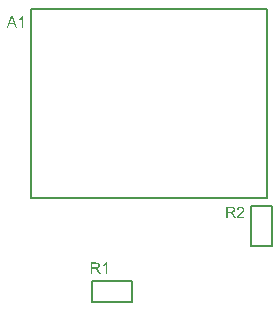
<source format=gto>
G04*
G04 #@! TF.GenerationSoftware,Altium Limited,Altium Designer,19.1.9 (167)*
G04*
G04 Layer_Color=65535*
%FSLAX44Y44*%
%MOMM*%
G71*
G01*
G75*
%ADD10C,0.2000*%
G36*
X162715Y510750D02*
X161538D01*
Y518259D01*
X161518Y518238D01*
X161465Y518186D01*
X161372Y518113D01*
X161236Y518009D01*
X161080Y517884D01*
X160882Y517748D01*
X160664Y517602D01*
X160414Y517446D01*
X160403D01*
X160382Y517425D01*
X160351Y517405D01*
X160299Y517384D01*
X160237Y517342D01*
X160164Y517311D01*
X159997Y517217D01*
X159810Y517123D01*
X159601Y517019D01*
X159383Y516926D01*
X159174Y516842D01*
Y517977D01*
X159185Y517988D01*
X159216Y517998D01*
X159268Y518029D01*
X159341Y518061D01*
X159424Y518102D01*
X159529Y518165D01*
X159643Y518227D01*
X159758Y518290D01*
X160028Y518456D01*
X160320Y518654D01*
X160622Y518862D01*
X160903Y519102D01*
X160914Y519112D01*
X160934Y519133D01*
X160976Y519165D01*
X161028Y519217D01*
X161080Y519279D01*
X161153Y519342D01*
X161309Y519519D01*
X161486Y519706D01*
X161663Y519925D01*
X161820Y520154D01*
X161955Y520393D01*
X162715D01*
Y510750D01*
D02*
G37*
G36*
X157737D02*
X156290D01*
X155175Y513656D01*
X151135D01*
X150093Y510750D01*
X148750D01*
X152426Y520362D01*
X153801D01*
X157737Y510750D01*
D02*
G37*
G36*
X347111Y359133D02*
X347226Y359123D01*
X347361Y359102D01*
X347518Y359081D01*
X347674Y359050D01*
X347851Y359008D01*
X348028Y358956D01*
X348215Y358893D01*
X348392Y358820D01*
X348580Y358727D01*
X348757Y358623D01*
X348923Y358508D01*
X349080Y358373D01*
X349090Y358362D01*
X349111Y358341D01*
X349152Y358289D01*
X349205Y358237D01*
X349267Y358164D01*
X349340Y358071D01*
X349413Y357967D01*
X349486Y357842D01*
X349559Y357717D01*
X349632Y357571D01*
X349705Y357415D01*
X349767Y357248D01*
X349819Y357061D01*
X349861Y356873D01*
X349882Y356675D01*
X349892Y356467D01*
Y356456D01*
Y356446D01*
Y356415D01*
Y356373D01*
X349882Y356259D01*
X349861Y356113D01*
X349829Y355936D01*
X349788Y355748D01*
X349736Y355540D01*
X349652Y355332D01*
Y355321D01*
X349642Y355311D01*
X349632Y355280D01*
X349611Y355238D01*
X349548Y355123D01*
X349465Y354978D01*
X349350Y354801D01*
X349215Y354603D01*
X349059Y354395D01*
X348861Y354165D01*
X348851Y354155D01*
X348840Y354134D01*
X348798Y354103D01*
X348757Y354051D01*
X348694Y353988D01*
X348621Y353915D01*
X348538Y353822D01*
X348434Y353728D01*
X348309Y353614D01*
X348174Y353489D01*
X348028Y353343D01*
X347861Y353197D01*
X347684Y353030D01*
X347486Y352864D01*
X347268Y352676D01*
X347038Y352478D01*
X347028Y352468D01*
X346997Y352437D01*
X346934Y352395D01*
X346872Y352333D01*
X346778Y352260D01*
X346684Y352176D01*
X346466Y351989D01*
X346237Y351791D01*
X346018Y351583D01*
X345914Y351489D01*
X345820Y351406D01*
X345737Y351322D01*
X345674Y351260D01*
X345664Y351250D01*
X345622Y351208D01*
X345570Y351145D01*
X345497Y351062D01*
X345414Y350968D01*
X345331Y350864D01*
X345164Y350635D01*
X349902D01*
Y349500D01*
X343539D01*
Y349521D01*
Y349573D01*
Y349656D01*
X343550Y349760D01*
X343560Y349885D01*
X343591Y350021D01*
X343623Y350167D01*
X343675Y350312D01*
Y350323D01*
X343685Y350344D01*
X343696Y350375D01*
X343716Y350427D01*
X343748Y350479D01*
X343779Y350552D01*
X343862Y350718D01*
X343966Y350916D01*
X344102Y351135D01*
X344258Y351364D01*
X344445Y351593D01*
X344456Y351604D01*
X344466Y351624D01*
X344497Y351656D01*
X344549Y351708D01*
X344602Y351760D01*
X344674Y351833D01*
X344747Y351916D01*
X344841Y352010D01*
X344945Y352114D01*
X345060Y352218D01*
X345185Y352343D01*
X345331Y352468D01*
X345476Y352603D01*
X345643Y352739D01*
X345810Y352884D01*
X345997Y353041D01*
X346018Y353051D01*
X346070Y353103D01*
X346143Y353166D01*
X346247Y353259D01*
X346372Y353364D01*
X346518Y353489D01*
X346684Y353624D01*
X346851Y353780D01*
X347205Y354103D01*
X347549Y354447D01*
X347715Y354613D01*
X347872Y354780D01*
X348007Y354936D01*
X348121Y355082D01*
X348132Y355092D01*
X348142Y355113D01*
X348174Y355155D01*
X348205Y355207D01*
X348257Y355280D01*
X348299Y355353D01*
X348403Y355540D01*
X348507Y355759D01*
X348601Y355998D01*
X348663Y356248D01*
X348674Y356373D01*
X348684Y356498D01*
Y356509D01*
Y356529D01*
Y356571D01*
X348674Y356613D01*
Y356675D01*
X348653Y356748D01*
X348621Y356904D01*
X348559Y357092D01*
X348465Y357290D01*
X348413Y357394D01*
X348340Y357487D01*
X348267Y357581D01*
X348174Y357675D01*
X348163Y357685D01*
X348153Y357696D01*
X348121Y357717D01*
X348080Y357748D01*
X348028Y357789D01*
X347965Y357831D01*
X347820Y357925D01*
X347622Y358008D01*
X347403Y358092D01*
X347143Y358144D01*
X346997Y358164D01*
X346768D01*
X346705Y358154D01*
X346632D01*
X346549Y358133D01*
X346362Y358102D01*
X346143Y358040D01*
X345914Y357946D01*
X345799Y357883D01*
X345685Y357821D01*
X345580Y357738D01*
X345476Y357644D01*
X345466Y357633D01*
X345456Y357623D01*
X345435Y357592D01*
X345393Y357550D01*
X345362Y357498D01*
X345320Y357435D01*
X345268Y357363D01*
X345226Y357279D01*
X345174Y357186D01*
X345133Y357081D01*
X345049Y356831D01*
X344987Y356561D01*
X344977Y356404D01*
X344966Y356238D01*
X343758Y356363D01*
Y356384D01*
X343769Y356425D01*
X343779Y356488D01*
X343789Y356581D01*
X343810Y356696D01*
X343841Y356831D01*
X343873Y356977D01*
X343925Y357133D01*
X343977Y357290D01*
X344039Y357467D01*
X344123Y357633D01*
X344206Y357800D01*
X344310Y357977D01*
X344425Y358133D01*
X344549Y358289D01*
X344695Y358425D01*
X344706Y358435D01*
X344737Y358456D01*
X344779Y358487D01*
X344841Y358539D01*
X344924Y358591D01*
X345029Y358654D01*
X345143Y358716D01*
X345279Y358789D01*
X345424Y358852D01*
X345591Y358914D01*
X345768Y358977D01*
X345966Y359029D01*
X346174Y359081D01*
X346393Y359112D01*
X346632Y359133D01*
X346882Y359143D01*
X347018D01*
X347111Y359133D01*
D02*
G37*
G36*
X339082Y359102D02*
X339197D01*
X339332Y359091D01*
X339488Y359081D01*
X339801Y359050D01*
X340124Y358998D01*
X340436Y358935D01*
X340571Y358893D01*
X340707Y358852D01*
X340717D01*
X340738Y358841D01*
X340769Y358820D01*
X340821Y358800D01*
X340946Y358737D01*
X341092Y358643D01*
X341269Y358518D01*
X341446Y358352D01*
X341623Y358164D01*
X341779Y357935D01*
Y357925D01*
X341800Y357904D01*
X341821Y357873D01*
X341842Y357821D01*
X341873Y357758D01*
X341904Y357685D01*
X341946Y357602D01*
X341988Y357508D01*
X342061Y357290D01*
X342123Y357050D01*
X342165Y356779D01*
X342186Y356488D01*
Y356477D01*
Y356446D01*
Y356384D01*
X342175Y356321D01*
X342165Y356227D01*
X342154Y356123D01*
X342133Y356009D01*
X342102Y355884D01*
X342019Y355613D01*
X341967Y355467D01*
X341904Y355321D01*
X341832Y355176D01*
X341738Y355030D01*
X341634Y354894D01*
X341519Y354759D01*
X341509Y354749D01*
X341488Y354728D01*
X341446Y354697D01*
X341394Y354645D01*
X341321Y354592D01*
X341238Y354530D01*
X341134Y354457D01*
X341009Y354384D01*
X340873Y354311D01*
X340728Y354238D01*
X340561Y354165D01*
X340373Y354093D01*
X340176Y354030D01*
X339957Y353968D01*
X339717Y353915D01*
X339468Y353874D01*
X339478D01*
X339488Y353863D01*
X339551Y353832D01*
X339645Y353780D01*
X339759Y353718D01*
X339884Y353645D01*
X340009Y353572D01*
X340134Y353478D01*
X340238Y353395D01*
X340248Y353384D01*
X340259Y353374D01*
X340290Y353343D01*
X340332Y353301D01*
X340384Y353249D01*
X340446Y353186D01*
X340582Y353041D01*
X340738Y352853D01*
X340915Y352635D01*
X341102Y352385D01*
X341290Y352114D01*
X342956Y349500D01*
X341363D01*
X340092Y351499D01*
X340082Y351510D01*
X340071Y351541D01*
X340040Y351583D01*
X339999Y351645D01*
X339957Y351718D01*
X339894Y351801D01*
X339770Y351989D01*
X339624Y352208D01*
X339478Y352426D01*
X339322Y352635D01*
X339176Y352822D01*
Y352832D01*
X339155Y352843D01*
X339113Y352895D01*
X339051Y352978D01*
X338957Y353072D01*
X338863Y353176D01*
X338749Y353280D01*
X338634Y353384D01*
X338530Y353457D01*
X338520Y353468D01*
X338478Y353489D01*
X338426Y353520D01*
X338353Y353561D01*
X338260Y353603D01*
X338166Y353645D01*
X338062Y353686D01*
X337947Y353718D01*
X337937D01*
X337905Y353728D01*
X337853Y353739D01*
X337780Y353749D01*
X337676D01*
X337551Y353759D01*
X337406Y353770D01*
X335770D01*
Y349500D01*
X334500D01*
Y359112D01*
X338968D01*
X339082Y359102D01*
D02*
G37*
G36*
X233632Y302182D02*
X232456D01*
Y309690D01*
X232435Y309670D01*
X232383Y309618D01*
X232289Y309545D01*
X232154Y309441D01*
X231997Y309316D01*
X231800Y309180D01*
X231581Y309034D01*
X231331Y308878D01*
X231320D01*
X231300Y308857D01*
X231268Y308837D01*
X231216Y308816D01*
X231154Y308774D01*
X231081Y308743D01*
X230914Y308649D01*
X230727Y308555D01*
X230519Y308451D01*
X230300Y308358D01*
X230092Y308274D01*
Y309409D01*
X230102Y309420D01*
X230133Y309430D01*
X230185Y309461D01*
X230258Y309493D01*
X230341Y309534D01*
X230446Y309597D01*
X230560Y309659D01*
X230675Y309722D01*
X230945Y309888D01*
X231237Y310086D01*
X231539Y310294D01*
X231820Y310534D01*
X231831Y310544D01*
X231852Y310565D01*
X231893Y310597D01*
X231945Y310649D01*
X231997Y310711D01*
X232070Y310774D01*
X232227Y310951D01*
X232404Y311138D01*
X232581Y311357D01*
X232737Y311586D01*
X232872Y311825D01*
X233632D01*
Y302182D01*
D02*
G37*
G36*
X224572Y311784D02*
X224687D01*
X224822Y311773D01*
X224978Y311763D01*
X225291Y311732D01*
X225614Y311680D01*
X225926Y311617D01*
X226061Y311576D01*
X226197Y311534D01*
X226207D01*
X226228Y311523D01*
X226259Y311503D01*
X226311Y311482D01*
X226436Y311419D01*
X226582Y311325D01*
X226759Y311201D01*
X226936Y311034D01*
X227113Y310847D01*
X227269Y310617D01*
Y310607D01*
X227290Y310586D01*
X227311Y310555D01*
X227332Y310503D01*
X227363Y310440D01*
X227394Y310367D01*
X227436Y310284D01*
X227478Y310190D01*
X227551Y309972D01*
X227613Y309732D01*
X227655Y309461D01*
X227675Y309170D01*
Y309159D01*
Y309128D01*
Y309066D01*
X227665Y309003D01*
X227655Y308909D01*
X227644Y308805D01*
X227624Y308691D01*
X227592Y308566D01*
X227509Y308295D01*
X227457Y308149D01*
X227394Y308003D01*
X227321Y307858D01*
X227228Y307712D01*
X227124Y307577D01*
X227009Y307441D01*
X226999Y307431D01*
X226978Y307410D01*
X226936Y307379D01*
X226884Y307327D01*
X226811Y307274D01*
X226728Y307212D01*
X226624Y307139D01*
X226499Y307066D01*
X226363Y306993D01*
X226218Y306920D01*
X226051Y306847D01*
X225863Y306775D01*
X225666Y306712D01*
X225447Y306650D01*
X225207Y306598D01*
X224958Y306556D01*
X224968D01*
X224978Y306546D01*
X225041Y306514D01*
X225135Y306462D01*
X225249Y306400D01*
X225374Y306327D01*
X225499Y306254D01*
X225624Y306160D01*
X225728Y306077D01*
X225739Y306066D01*
X225749Y306056D01*
X225780Y306025D01*
X225822Y305983D01*
X225874Y305931D01*
X225936Y305869D01*
X226072Y305723D01*
X226228Y305535D01*
X226405Y305317D01*
X226593Y305067D01*
X226780Y304796D01*
X228446Y302182D01*
X226853D01*
X225582Y304181D01*
X225572Y304192D01*
X225562Y304223D01*
X225530Y304265D01*
X225489Y304327D01*
X225447Y304400D01*
X225385Y304484D01*
X225259Y304671D01*
X225114Y304890D01*
X224968Y305108D01*
X224812Y305317D01*
X224666Y305504D01*
Y305515D01*
X224645Y305525D01*
X224603Y305577D01*
X224541Y305660D01*
X224447Y305754D01*
X224354Y305858D01*
X224239Y305962D01*
X224124Y306066D01*
X224020Y306139D01*
X224010Y306150D01*
X223968Y306171D01*
X223916Y306202D01*
X223843Y306243D01*
X223750Y306285D01*
X223656Y306327D01*
X223552Y306369D01*
X223437Y306400D01*
X223427D01*
X223395Y306410D01*
X223343Y306420D01*
X223270Y306431D01*
X223166D01*
X223041Y306441D01*
X222896Y306452D01*
X221261D01*
Y302182D01*
X219990D01*
Y311794D01*
X224458D01*
X224572Y311784D01*
D02*
G37*
%LPC*%
G36*
X153082Y519362D02*
Y519352D01*
X153072Y519321D01*
X153061Y519269D01*
X153051Y519206D01*
X153030Y519112D01*
X153009Y519019D01*
X152978Y518904D01*
X152947Y518779D01*
X152916Y518644D01*
X152874Y518498D01*
X152780Y518186D01*
X152676Y517852D01*
X152562Y517509D01*
X151499Y514687D01*
X154780D01*
X153770Y517352D01*
Y517363D01*
X153749Y517405D01*
X153728Y517467D01*
X153697Y517561D01*
X153655Y517654D01*
X153613Y517780D01*
X153561Y517915D01*
X153509Y518061D01*
X153405Y518383D01*
X153291Y518717D01*
X153176Y519050D01*
X153082Y519362D01*
D02*
G37*
G36*
X339009Y358050D02*
X335770D01*
Y354874D01*
X338645D01*
X338718Y354884D01*
X338801D01*
X338999Y354894D01*
X339218Y354915D01*
X339447Y354947D01*
X339665Y354988D01*
X339863Y355051D01*
X339874D01*
X339884Y355061D01*
X339947Y355082D01*
X340030Y355123D01*
X340144Y355186D01*
X340259Y355269D01*
X340384Y355363D01*
X340509Y355488D01*
X340613Y355623D01*
X340623Y355644D01*
X340655Y355696D01*
X340696Y355769D01*
X340748Y355884D01*
X340790Y356009D01*
X340832Y356155D01*
X340863Y356321D01*
X340873Y356488D01*
Y356498D01*
Y356519D01*
Y356550D01*
X340863Y356602D01*
Y356654D01*
X340853Y356727D01*
X340811Y356884D01*
X340748Y357061D01*
X340665Y357248D01*
X340540Y357425D01*
X340457Y357519D01*
X340373Y357602D01*
X340363Y357612D01*
X340353Y357623D01*
X340321Y357644D01*
X340280Y357675D01*
X340228Y357706D01*
X340155Y357748D01*
X340082Y357789D01*
X339988Y357831D01*
X339884Y357873D01*
X339770Y357904D01*
X339645Y357946D01*
X339509Y357977D01*
X339353Y358008D01*
X339186Y358029D01*
X339009Y358050D01*
D02*
G37*
G36*
X224499Y310732D02*
X221261D01*
Y307556D01*
X224135D01*
X224208Y307566D01*
X224291D01*
X224489Y307577D01*
X224708Y307597D01*
X224937Y307628D01*
X225155Y307670D01*
X225353Y307733D01*
X225364D01*
X225374Y307743D01*
X225436Y307764D01*
X225520Y307806D01*
X225634Y307868D01*
X225749Y307951D01*
X225874Y308045D01*
X225999Y308170D01*
X226103Y308305D01*
X226113Y308326D01*
X226145Y308378D01*
X226186Y308451D01*
X226238Y308566D01*
X226280Y308691D01*
X226322Y308837D01*
X226353Y309003D01*
X226363Y309170D01*
Y309180D01*
Y309201D01*
Y309232D01*
X226353Y309284D01*
Y309336D01*
X226343Y309409D01*
X226301Y309566D01*
X226238Y309743D01*
X226155Y309930D01*
X226030Y310107D01*
X225947Y310201D01*
X225863Y310284D01*
X225853Y310294D01*
X225843Y310305D01*
X225811Y310326D01*
X225770Y310357D01*
X225718Y310388D01*
X225645Y310430D01*
X225572Y310472D01*
X225478Y310513D01*
X225374Y310555D01*
X225259Y310586D01*
X225135Y310628D01*
X224999Y310659D01*
X224843Y310690D01*
X224676Y310711D01*
X224499Y310732D01*
D02*
G37*
%LPD*%
D10*
X355500Y326000D02*
Y360000D01*
Y326000D02*
X373500Y326000D01*
X373500Y360000D02*
X373500Y326000D01*
X355500Y360000D02*
X373500Y360000D01*
X168940Y526790D02*
X368940D01*
X368940Y366790D01*
X168940D02*
X368940D01*
X168940D02*
X168940Y526790D01*
X255000Y278000D02*
Y296000D01*
X221000Y278000D02*
X255000Y278000D01*
X221000Y278000D02*
X221000Y296000D01*
X255000D01*
M02*

</source>
